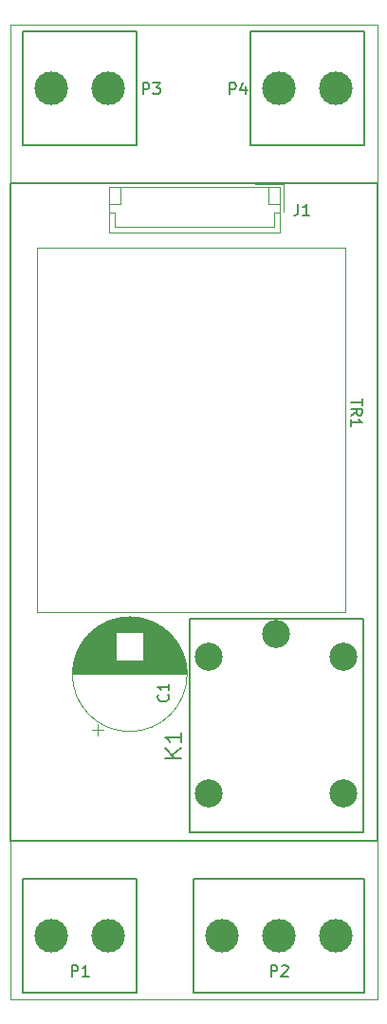
<source format=gbr>
%TF.GenerationSoftware,KiCad,Pcbnew,6.0.11+dfsg-1*%
%TF.CreationDate,2024-01-27T16:44:02+03:00*%
%TF.ProjectId,power,706f7765-722e-46b6-9963-61645f706362,rev?*%
%TF.SameCoordinates,Original*%
%TF.FileFunction,Legend,Top*%
%TF.FilePolarity,Positive*%
%FSLAX46Y46*%
G04 Gerber Fmt 4.6, Leading zero omitted, Abs format (unit mm)*
G04 Created by KiCad (PCBNEW 6.0.11+dfsg-1) date 2024-01-27 16:44:02*
%MOMM*%
%LPD*%
G01*
G04 APERTURE LIST*
%ADD10C,0.150000*%
%TA.AperFunction,Profile*%
%ADD11C,0.100000*%
%TD*%
%ADD12C,0.120000*%
%ADD13C,3.000000*%
%ADD14C,2.500000*%
G04 APERTURE END LIST*
D10*
X234198000Y-97006000D02*
X266998000Y-97006000D01*
X266998000Y-97006000D02*
X266998000Y-38406000D01*
X266998000Y-38406000D02*
X234198000Y-38406000D01*
X234198000Y-38406000D02*
X234198000Y-97006000D01*
D11*
X234198000Y-111156000D02*
X266998000Y-111156000D01*
X266998000Y-111156000D02*
X266998000Y-24256000D01*
X266998000Y-24256000D02*
X234198000Y-24256000D01*
X234198000Y-24256000D02*
X234198000Y-111156000D01*
D10*
%TO.C,P3*%
X246043904Y-30431380D02*
X246043904Y-29431380D01*
X246424857Y-29431380D01*
X246520095Y-29479000D01*
X246567714Y-29526619D01*
X246615333Y-29621857D01*
X246615333Y-29764714D01*
X246567714Y-29859952D01*
X246520095Y-29907571D01*
X246424857Y-29955190D01*
X246043904Y-29955190D01*
X246948666Y-29431380D02*
X247567714Y-29431380D01*
X247234380Y-29812333D01*
X247377238Y-29812333D01*
X247472476Y-29859952D01*
X247520095Y-29907571D01*
X247567714Y-30002809D01*
X247567714Y-30240904D01*
X247520095Y-30336142D01*
X247472476Y-30383761D01*
X247377238Y-30431380D01*
X247091523Y-30431380D01*
X246996285Y-30383761D01*
X246948666Y-30336142D01*
%TO.C,P1*%
X239699904Y-109133380D02*
X239699904Y-108133380D01*
X240080857Y-108133380D01*
X240176095Y-108181000D01*
X240223714Y-108228619D01*
X240271333Y-108323857D01*
X240271333Y-108466714D01*
X240223714Y-108561952D01*
X240176095Y-108609571D01*
X240080857Y-108657190D01*
X239699904Y-108657190D01*
X241223714Y-109133380D02*
X240652285Y-109133380D01*
X240938000Y-109133380D02*
X240938000Y-108133380D01*
X240842761Y-108276238D01*
X240747523Y-108371476D01*
X240652285Y-108419095D01*
%TO.C,J1*%
X259910666Y-40226380D02*
X259910666Y-40940666D01*
X259863047Y-41083523D01*
X259767809Y-41178761D01*
X259624952Y-41226380D01*
X259529714Y-41226380D01*
X260910666Y-41226380D02*
X260339238Y-41226380D01*
X260624952Y-41226380D02*
X260624952Y-40226380D01*
X260529714Y-40369238D01*
X260434476Y-40464476D01*
X260339238Y-40512095D01*
%TO.C,C1*%
X248282142Y-83993666D02*
X248329761Y-84041285D01*
X248377380Y-84184142D01*
X248377380Y-84279380D01*
X248329761Y-84422238D01*
X248234523Y-84517476D01*
X248139285Y-84565095D01*
X247948809Y-84612714D01*
X247805952Y-84612714D01*
X247615476Y-84565095D01*
X247520238Y-84517476D01*
X247425000Y-84422238D01*
X247377380Y-84279380D01*
X247377380Y-84184142D01*
X247425000Y-84041285D01*
X247472619Y-83993666D01*
X248377380Y-83041285D02*
X248377380Y-83612714D01*
X248377380Y-83327000D02*
X247377380Y-83327000D01*
X247520238Y-83422238D01*
X247615476Y-83517476D01*
X247663095Y-83612714D01*
%TO.C,P4*%
X253790904Y-30431380D02*
X253790904Y-29431380D01*
X254171857Y-29431380D01*
X254267095Y-29479000D01*
X254314714Y-29526619D01*
X254362333Y-29621857D01*
X254362333Y-29764714D01*
X254314714Y-29859952D01*
X254267095Y-29907571D01*
X254171857Y-29955190D01*
X253790904Y-29955190D01*
X255219476Y-29764714D02*
X255219476Y-30431380D01*
X254981380Y-29383761D02*
X254743285Y-30098047D01*
X255362333Y-30098047D01*
%TO.C,P2*%
X257479904Y-109133380D02*
X257479904Y-108133380D01*
X257860857Y-108133380D01*
X257956095Y-108181000D01*
X258003714Y-108228619D01*
X258051333Y-108323857D01*
X258051333Y-108466714D01*
X258003714Y-108561952D01*
X257956095Y-108609571D01*
X257860857Y-108657190D01*
X257479904Y-108657190D01*
X258432285Y-108228619D02*
X258479904Y-108181000D01*
X258575142Y-108133380D01*
X258813238Y-108133380D01*
X258908476Y-108181000D01*
X258956095Y-108228619D01*
X259003714Y-108323857D01*
X259003714Y-108419095D01*
X258956095Y-108561952D01*
X258384666Y-109133380D01*
X259003714Y-109133380D01*
%TO.C,K1*%
X249492571Y-89633142D02*
X247992571Y-89633142D01*
X249492571Y-88776000D02*
X248635428Y-89418857D01*
X247992571Y-88776000D02*
X248849714Y-89633142D01*
X249492571Y-87347428D02*
X249492571Y-88204571D01*
X249492571Y-87776000D02*
X247992571Y-87776000D01*
X248206857Y-87918857D01*
X248349714Y-88061714D01*
X248421142Y-88204571D01*
%TO.C,TR1*%
X265623619Y-57600095D02*
X265623619Y-58171523D01*
X264623619Y-57885809D02*
X265623619Y-57885809D01*
X264623619Y-59076285D02*
X265099809Y-58742952D01*
X264623619Y-58504857D02*
X265623619Y-58504857D01*
X265623619Y-58885809D01*
X265576000Y-58981047D01*
X265528380Y-59028666D01*
X265433142Y-59076285D01*
X265290285Y-59076285D01*
X265195047Y-59028666D01*
X265147428Y-58981047D01*
X265099809Y-58885809D01*
X265099809Y-58504857D01*
X264623619Y-60028666D02*
X264623619Y-59457238D01*
X264623619Y-59742952D02*
X265623619Y-59742952D01*
X265480761Y-59647714D01*
X265385523Y-59552476D01*
X265337904Y-59457238D01*
%TO.C,P3*%
X245518000Y-35006000D02*
X245518000Y-24806000D01*
X245518000Y-35006000D02*
X235358000Y-35006000D01*
X235358000Y-24806000D02*
X235358000Y-35006000D01*
X245518000Y-24806000D02*
X235358000Y-24806000D01*
%TO.C,P1*%
X235358000Y-110606000D02*
X245518000Y-110606000D01*
X235358000Y-100406000D02*
X235358000Y-110606000D01*
X235358000Y-100406000D02*
X245518000Y-100406000D01*
X245518000Y-110606000D02*
X245518000Y-100406000D01*
D12*
%TO.C,J1*%
X258582000Y-40918000D02*
X258582000Y-38418000D01*
X257782000Y-41028000D02*
X257782000Y-42238000D01*
X243062000Y-40218000D02*
X244062000Y-40218000D01*
X243062000Y-38718000D02*
X243062000Y-42738000D01*
X258282000Y-42738000D02*
X258282000Y-38718000D01*
X257782000Y-42238000D02*
X243562000Y-42238000D01*
X258282000Y-40218000D02*
X257282000Y-40218000D01*
X258582000Y-38418000D02*
X256082000Y-38418000D01*
X257282000Y-40218000D02*
X257282000Y-38718000D01*
X258282000Y-41028000D02*
X257782000Y-41028000D01*
X243562000Y-42238000D02*
X243562000Y-41028000D01*
X243562000Y-41028000D02*
X243062000Y-41028000D01*
X258282000Y-38718000D02*
X243062000Y-38718000D01*
X244062000Y-40218000D02*
X244062000Y-38718000D01*
X243062000Y-42738000D02*
X258282000Y-42738000D01*
%TO.C,C1*%
X243499000Y-77249677D02*
X246255000Y-77249677D01*
X239887000Y-81209677D02*
X249867000Y-81209677D01*
X242668000Y-77569677D02*
X247086000Y-77569677D01*
X242438000Y-77689677D02*
X247316000Y-77689677D01*
X246118000Y-80529677D02*
X249688000Y-80529677D01*
X239895000Y-81169677D02*
X249859000Y-81169677D01*
X246118000Y-79169677D02*
X248987000Y-79169677D01*
X240040000Y-80609677D02*
X243636000Y-80609677D01*
X241237000Y-78609677D02*
X243636000Y-78609677D01*
X246118000Y-80409677D02*
X249645000Y-80409677D01*
X246118000Y-78969677D02*
X248834000Y-78969677D01*
X246118000Y-79929677D02*
X249441000Y-79929677D01*
X239873000Y-81289677D02*
X249881000Y-81289677D01*
X240630000Y-79369677D02*
X243636000Y-79369677D01*
X239859000Y-81369677D02*
X249895000Y-81369677D01*
X240415000Y-79729677D02*
X243636000Y-79729677D01*
X246118000Y-80049677D02*
X249498000Y-80049677D01*
X240554000Y-79489677D02*
X243636000Y-79489677D01*
X241988000Y-77969677D02*
X247766000Y-77969677D01*
X246118000Y-80489677D02*
X249674000Y-80489677D01*
X241053000Y-78809677D02*
X243636000Y-78809677D01*
X240003000Y-80729677D02*
X243636000Y-80729677D01*
X239812000Y-81770677D02*
X249942000Y-81770677D01*
X246118000Y-79849677D02*
X249402000Y-79849677D01*
X240123000Y-80369677D02*
X243636000Y-80369677D01*
X239921000Y-81049677D02*
X249833000Y-81049677D01*
X239799000Y-82010677D02*
X249955000Y-82010677D01*
X241877000Y-78049677D02*
X247877000Y-78049677D01*
X241198000Y-78649677D02*
X243636000Y-78649677D01*
X241357000Y-78489677D02*
X243636000Y-78489677D01*
X246118000Y-78769677D02*
X248666000Y-78769677D01*
X241932000Y-78009677D02*
X247822000Y-78009677D01*
X240797000Y-79129677D02*
X243636000Y-79129677D01*
X246118000Y-79649677D02*
X249294000Y-79649677D01*
X242588000Y-77609677D02*
X247166000Y-77609677D01*
X241088000Y-78769677D02*
X243636000Y-78769677D01*
X240394000Y-79769677D02*
X243636000Y-79769677D01*
X240220000Y-80129677D02*
X243636000Y-80129677D01*
X239827000Y-81610677D02*
X249927000Y-81610677D01*
X244015000Y-77129677D02*
X245739000Y-77129677D01*
X246118000Y-80729677D02*
X249751000Y-80729677D01*
X246118000Y-80449677D02*
X249660000Y-80449677D01*
X239842000Y-81490677D02*
X249912000Y-81490677D01*
X239866000Y-81329677D02*
X249888000Y-81329677D01*
X239939000Y-80969677D02*
X249815000Y-80969677D01*
X240139000Y-80329677D02*
X243636000Y-80329677D01*
X239903000Y-81129677D02*
X249851000Y-81129677D01*
X240437000Y-79689677D02*
X243636000Y-79689677D01*
X239837000Y-81530677D02*
X249917000Y-81530677D01*
X246118000Y-80849677D02*
X249784000Y-80849677D01*
X246118000Y-79329677D02*
X249098000Y-79329677D01*
X240985000Y-78889677D02*
X243636000Y-78889677D01*
X246118000Y-79689677D02*
X249317000Y-79689677D01*
X239930000Y-81009677D02*
X249824000Y-81009677D01*
X246118000Y-79129677D02*
X248957000Y-79129677D01*
X239797000Y-82090677D02*
X249957000Y-82090677D01*
X239980000Y-80809677D02*
X243636000Y-80809677D01*
X240109000Y-80409677D02*
X243636000Y-80409677D01*
X240187000Y-80209677D02*
X243636000Y-80209677D01*
X240530000Y-79529677D02*
X243636000Y-79529677D01*
X240352000Y-79849677D02*
X243636000Y-79849677D01*
X240293000Y-79969677D02*
X243636000Y-79969677D01*
X240506000Y-79569677D02*
X243636000Y-79569677D01*
X246118000Y-78889677D02*
X248769000Y-78889677D01*
X242512000Y-77649677D02*
X247242000Y-77649677D01*
X246118000Y-79209677D02*
X249015000Y-79209677D01*
X246118000Y-80009677D02*
X249480000Y-80009677D01*
X241441000Y-78409677D02*
X248313000Y-78409677D01*
X246118000Y-79289677D02*
X249071000Y-79289677D01*
X242002000Y-87650323D02*
X242002000Y-86650323D01*
X242232000Y-77809677D02*
X247522000Y-77809677D01*
X240332000Y-79889677D02*
X243636000Y-79889677D01*
X239807000Y-81850677D02*
X249947000Y-81850677D01*
X242840000Y-77489677D02*
X246914000Y-77489677D01*
X240256000Y-80049677D02*
X243636000Y-80049677D01*
X246118000Y-80289677D02*
X249600000Y-80289677D01*
X246118000Y-80169677D02*
X249551000Y-80169677D01*
X246118000Y-80209677D02*
X249567000Y-80209677D01*
X240767000Y-79169677D02*
X243636000Y-79169677D01*
X242298000Y-77769677D02*
X247456000Y-77769677D01*
X243647000Y-77209677D02*
X246107000Y-77209677D01*
X239800000Y-81970677D02*
X249954000Y-81970677D01*
X239959000Y-80889677D02*
X243636000Y-80889677D01*
X241623000Y-78249677D02*
X248131000Y-78249677D01*
X246118000Y-79609677D02*
X249272000Y-79609677D01*
X239832000Y-81570677D02*
X249922000Y-81570677D01*
X242933000Y-77449677D02*
X246821000Y-77449677D01*
X240827000Y-79089677D02*
X243636000Y-79089677D01*
X242047000Y-77929677D02*
X247707000Y-77929677D01*
X246118000Y-80689677D02*
X249739000Y-80689677D01*
X246118000Y-79809677D02*
X249381000Y-79809677D01*
X246118000Y-79729677D02*
X249339000Y-79729677D01*
X240579000Y-79449677D02*
X243636000Y-79449677D01*
X241721000Y-78169677D02*
X248033000Y-78169677D01*
X239970000Y-80849677D02*
X243636000Y-80849677D01*
X243247000Y-77329677D02*
X246507000Y-77329677D01*
X246118000Y-80329677D02*
X249615000Y-80329677D01*
X241485000Y-78369677D02*
X248269000Y-78369677D01*
X246118000Y-78649677D02*
X248556000Y-78649677D01*
X240482000Y-79609677D02*
X243636000Y-79609677D01*
X246118000Y-78729677D02*
X248630000Y-78729677D01*
X240683000Y-79289677D02*
X243636000Y-79289677D01*
X240460000Y-79649677D02*
X243636000Y-79649677D01*
X240154000Y-80289677D02*
X243636000Y-80289677D01*
X246118000Y-80769677D02*
X249762000Y-80769677D01*
X246118000Y-80889677D02*
X249795000Y-80889677D01*
X246118000Y-78849677D02*
X248735000Y-78849677D01*
X240203000Y-80169677D02*
X243636000Y-80169677D01*
X246118000Y-80249677D02*
X249584000Y-80249677D01*
X246118000Y-79529677D02*
X249224000Y-79529677D01*
X239912000Y-81089677D02*
X249842000Y-81089677D01*
X239798000Y-82050677D02*
X249956000Y-82050677D01*
X240952000Y-78929677D02*
X243636000Y-78929677D01*
X240066000Y-80529677D02*
X243636000Y-80529677D01*
X241823000Y-78089677D02*
X247931000Y-78089677D01*
X239797000Y-82170677D02*
X249957000Y-82170677D01*
X239804000Y-81890677D02*
X249950000Y-81890677D01*
X246118000Y-80369677D02*
X249631000Y-80369677D01*
X239815000Y-81730677D02*
X249939000Y-81730677D01*
X239802000Y-81930677D02*
X249952000Y-81930677D01*
X246118000Y-80809677D02*
X249774000Y-80809677D01*
X246118000Y-80569677D02*
X249701000Y-80569677D01*
X241576000Y-78289677D02*
X248178000Y-78289677D01*
X240373000Y-79809677D02*
X243636000Y-79809677D01*
X246118000Y-78929677D02*
X248802000Y-78929677D01*
X246118000Y-79009677D02*
X248866000Y-79009677D01*
X246118000Y-79969677D02*
X249461000Y-79969677D01*
X243815000Y-77169677D02*
X245939000Y-77169677D01*
X239880000Y-81249677D02*
X249874000Y-81249677D01*
X246118000Y-79049677D02*
X248897000Y-79049677D01*
X239823000Y-81650677D02*
X249931000Y-81650677D01*
X246118000Y-78489677D02*
X248397000Y-78489677D01*
X246118000Y-78449677D02*
X248355000Y-78449677D01*
X241316000Y-78529677D02*
X243636000Y-78529677D01*
X240888000Y-79009677D02*
X243636000Y-79009677D01*
X246118000Y-80609677D02*
X249714000Y-80609677D01*
X243031000Y-77409677D02*
X246723000Y-77409677D01*
X239992000Y-80769677D02*
X243636000Y-80769677D01*
X246118000Y-78529677D02*
X248438000Y-78529677D01*
X239819000Y-81690677D02*
X249935000Y-81690677D01*
X240920000Y-78969677D02*
X243636000Y-78969677D01*
X241161000Y-78689677D02*
X243636000Y-78689677D01*
X240053000Y-80569677D02*
X243636000Y-80569677D01*
X246118000Y-79769677D02*
X249360000Y-79769677D01*
X246118000Y-78689677D02*
X248593000Y-78689677D01*
X241530000Y-78329677D02*
X248224000Y-78329677D01*
X243135000Y-77369677D02*
X246619000Y-77369677D01*
X239809000Y-81810677D02*
X249945000Y-81810677D01*
X241502000Y-87150323D02*
X242502000Y-87150323D01*
X240711000Y-79249677D02*
X243636000Y-79249677D01*
X240274000Y-80009677D02*
X243636000Y-80009677D01*
X241124000Y-78729677D02*
X243636000Y-78729677D01*
X246118000Y-79409677D02*
X249150000Y-79409677D01*
X240857000Y-79049677D02*
X243636000Y-79049677D01*
X241276000Y-78569677D02*
X243636000Y-78569677D01*
X246118000Y-80649677D02*
X249727000Y-80649677D01*
X242107000Y-77889677D02*
X247647000Y-77889677D01*
X241671000Y-78209677D02*
X248083000Y-78209677D01*
X246118000Y-79249677D02*
X249043000Y-79249677D01*
X242367000Y-77729677D02*
X247387000Y-77729677D01*
X244278000Y-77089677D02*
X245476000Y-77089677D01*
X246118000Y-78569677D02*
X248478000Y-78569677D01*
X239847000Y-81449677D02*
X249907000Y-81449677D01*
X239853000Y-81409677D02*
X249901000Y-81409677D01*
X246118000Y-79369677D02*
X249124000Y-79369677D01*
X241771000Y-78129677D02*
X247983000Y-78129677D01*
X246118000Y-78609677D02*
X248517000Y-78609677D01*
X241399000Y-78449677D02*
X243636000Y-78449677D01*
X246118000Y-79489677D02*
X249200000Y-79489677D01*
X240313000Y-79929677D02*
X243636000Y-79929677D01*
X240170000Y-80249677D02*
X243636000Y-80249677D01*
X242752000Y-77529677D02*
X247002000Y-77529677D01*
X239797000Y-82130677D02*
X249957000Y-82130677D01*
X240015000Y-80689677D02*
X243636000Y-80689677D01*
X246118000Y-79089677D02*
X248927000Y-79089677D01*
X246118000Y-78809677D02*
X248701000Y-78809677D01*
X246118000Y-79449677D02*
X249175000Y-79449677D01*
X246118000Y-80129677D02*
X249534000Y-80129677D01*
X240094000Y-80449677D02*
X243636000Y-80449677D01*
X240739000Y-79209677D02*
X243636000Y-79209677D01*
X246118000Y-79569677D02*
X249248000Y-79569677D01*
X246118000Y-80089677D02*
X249516000Y-80089677D01*
X239949000Y-80929677D02*
X249805000Y-80929677D01*
X241019000Y-78849677D02*
X243636000Y-78849677D01*
X242168000Y-77849677D02*
X247586000Y-77849677D01*
X240604000Y-79409677D02*
X243636000Y-79409677D01*
X243367000Y-77289677D02*
X246387000Y-77289677D01*
X240080000Y-80489677D02*
X243636000Y-80489677D01*
X240238000Y-80089677D02*
X243636000Y-80089677D01*
X240656000Y-79329677D02*
X243636000Y-79329677D01*
X246118000Y-79889677D02*
X249422000Y-79889677D01*
X240027000Y-80649677D02*
X243636000Y-80649677D01*
X249997000Y-82170677D02*
G75*
G03*
X249997000Y-82170677I-5120000J0D01*
G01*
D10*
%TO.C,P4*%
X265838000Y-24806000D02*
X255678000Y-24806000D01*
X265838000Y-35006000D02*
X265838000Y-24806000D01*
X255678000Y-24806000D02*
X255678000Y-35006000D01*
X265838000Y-35006000D02*
X255678000Y-35006000D01*
%TO.C,P2*%
X265838000Y-110606000D02*
X265838000Y-100406000D01*
X250598000Y-100406000D02*
X250598000Y-110606000D01*
X250598000Y-100406000D02*
X265838000Y-100406000D01*
X250598000Y-110606000D02*
X265838000Y-110606000D01*
%TO.C,K1*%
X250208000Y-77198000D02*
X265708000Y-77198000D01*
X265708000Y-96298000D02*
X250208000Y-96298000D01*
X250208000Y-96298000D02*
X250208000Y-77198000D01*
X265708000Y-77198000D02*
X265708000Y-96298000D01*
D12*
%TO.C,TR1*%
X264094000Y-44136000D02*
X236594000Y-44136000D01*
X236594000Y-44136000D02*
X236594000Y-76636000D01*
X236594000Y-76636000D02*
X264094000Y-76636000D01*
X264094000Y-76636000D02*
X264094000Y-44136000D01*
%TD*%
D13*
%TO.C,P3*%
X242978000Y-29906000D03*
X237898000Y-29906000D03*
%TD*%
%TO.C,P1*%
X237898000Y-105506000D03*
X242978000Y-105506000D03*
%TD*%
%TO.C,P4*%
X263298000Y-29906000D03*
X258218000Y-29906000D03*
%TD*%
%TO.C,P2*%
X253138000Y-105506000D03*
X258218000Y-105506000D03*
X263298000Y-105506000D03*
%TD*%
D14*
%TO.C,K1*%
X263958000Y-80598000D03*
X251958000Y-80598000D03*
X257958000Y-78598000D03*
X263958000Y-92798000D03*
X251958000Y-92798000D03*
%TD*%
M02*

</source>
